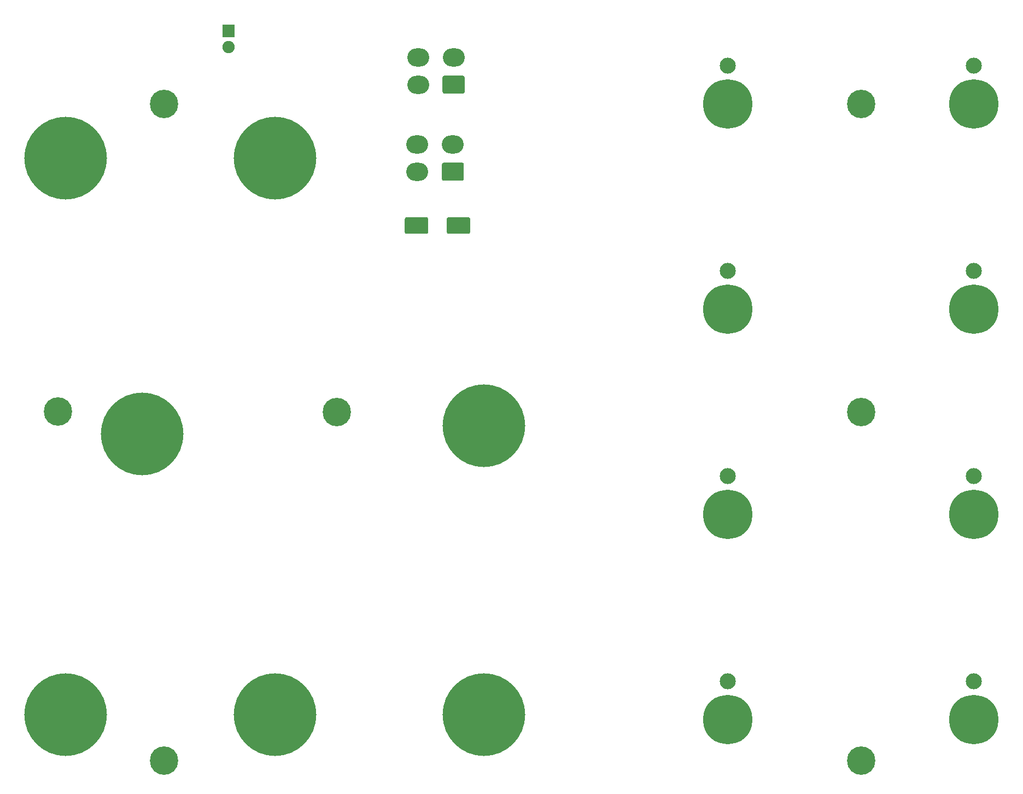
<source format=gbr>
%TF.GenerationSoftware,KiCad,Pcbnew,(5.1.10)-1*%
%TF.CreationDate,2021-11-16T16:52:48+11:00*%
%TF.ProjectId,COMM Panel PCB V2,434f4d4d-2050-4616-9e65-6c2050434220,rev?*%
%TF.SameCoordinates,Original*%
%TF.FileFunction,Soldermask,Bot*%
%TF.FilePolarity,Negative*%
%FSLAX46Y46*%
G04 Gerber Fmt 4.6, Leading zero omitted, Abs format (unit mm)*
G04 Created by KiCad (PCBNEW (5.1.10)-1) date 2021-11-16 16:52:48*
%MOMM*%
%LPD*%
G01*
G04 APERTURE LIST*
%ADD10O,3.400000X2.800000*%
%ADD11C,12.800000*%
%ADD12C,4.400000*%
%ADD13C,7.640752*%
%ADD14C,2.481250*%
%ADD15C,1.900000*%
G04 APERTURE END LIST*
D10*
%TO.C,J2*%
X136842000Y-47870000D03*
X136842000Y-52070000D03*
X142342000Y-47870000D03*
G36*
G01*
X143782740Y-53470000D02*
X140901260Y-53470000D01*
G75*
G02*
X140642000Y-53210740I0J259260D01*
G01*
X140642000Y-50929260D01*
G75*
G02*
X140901260Y-50670000I259260J0D01*
G01*
X143782740Y-50670000D01*
G75*
G02*
X144042000Y-50929260I0J-259260D01*
G01*
X144042000Y-53210740D01*
G75*
G02*
X143782740Y-53470000I-259260J0D01*
G01*
G37*
%TD*%
%TO.C,J1*%
X136943000Y-34408000D03*
X136943000Y-38608000D03*
X142443000Y-34408000D03*
G36*
G01*
X143883740Y-40008000D02*
X141002260Y-40008000D01*
G75*
G02*
X140743000Y-39748740I0J259260D01*
G01*
X140743000Y-37467260D01*
G75*
G02*
X141002260Y-37208000I259260J0D01*
G01*
X143883740Y-37208000D01*
G75*
G02*
X144143000Y-37467260I0J-259260D01*
G01*
X144143000Y-39748740D01*
G75*
G02*
X143883740Y-40008000I-259260J0D01*
G01*
G37*
%TD*%
D11*
%TO.C,G3*%
X94190570Y-92683622D03*
X94190570Y-92683622D03*
%TD*%
D12*
%TO.C,21*%
X97619570Y-143229622D03*
%TD*%
%TO.C,23*%
X205569570Y-89254622D03*
%TD*%
D13*
%TO.C,9*%
X223019370Y-41629622D03*
D14*
X223019370Y-35629622D03*
D13*
X223019370Y-41629622D03*
%TD*%
%TO.C,8*%
X184919370Y-41629622D03*
D14*
X184919370Y-35629622D03*
D13*
X184919370Y-41629622D03*
%TD*%
%TO.C,11*%
X223019370Y-73379622D03*
D14*
X223019370Y-67379622D03*
D13*
X223019370Y-73379622D03*
%TD*%
%TO.C,10*%
X184919370Y-73379622D03*
D14*
X184919370Y-67379622D03*
D13*
X184919370Y-73379622D03*
%TD*%
D12*
%TO.C,24*%
X205569570Y-41629622D03*
%TD*%
D13*
%TO.C,13*%
X223019370Y-105129622D03*
D14*
X223019370Y-99129622D03*
D13*
X223019370Y-105129622D03*
%TD*%
%TO.C,12*%
X184919370Y-105129622D03*
D14*
X184919370Y-99129622D03*
D13*
X184919370Y-105129622D03*
%TD*%
D12*
%TO.C,22*%
X205569570Y-143229622D03*
%TD*%
D13*
%TO.C,16*%
X223019370Y-136879622D03*
D14*
X223019370Y-130879622D03*
D13*
X223019370Y-136879622D03*
%TD*%
%TO.C,14*%
X184919370Y-136879622D03*
D14*
X184919370Y-130879622D03*
D13*
X184919370Y-136879622D03*
%TD*%
D11*
%TO.C,7*%
X147149570Y-136117622D03*
X147149570Y-136117622D03*
%TD*%
%TO.C,6*%
X114764570Y-136117622D03*
X114764570Y-136117622D03*
%TD*%
%TO.C,5*%
X82379570Y-136117622D03*
X82379570Y-136117622D03*
%TD*%
%TO.C,4*%
X147149570Y-91413622D03*
X147149570Y-91413622D03*
%TD*%
D12*
%TO.C,20*%
X124341608Y-89254622D03*
%TD*%
%TO.C,19*%
X81178400Y-89154000D03*
%TD*%
%TO.C,17*%
X97619570Y-41629622D03*
%TD*%
D11*
%TO.C,2*%
X114764570Y-50011622D03*
X114764570Y-50011622D03*
%TD*%
%TO.C,1*%
X82379570Y-50011622D03*
X82379570Y-50011622D03*
%TD*%
D15*
%TO.C,D110*%
X107600000Y-32825000D03*
G36*
G01*
X106700000Y-29335000D02*
X108500000Y-29335000D01*
G75*
G02*
X108550000Y-29385000I0J-50000D01*
G01*
X108550000Y-31185000D01*
G75*
G02*
X108500000Y-31235000I-50000J0D01*
G01*
X106700000Y-31235000D01*
G75*
G02*
X106650000Y-31185000I0J50000D01*
G01*
X106650000Y-29385000D01*
G75*
G02*
X106700000Y-29335000I50000J0D01*
G01*
G37*
%TD*%
%TO.C,C1*%
G36*
G01*
X138500000Y-59360000D02*
X138500000Y-61440000D01*
G75*
G02*
X138240000Y-61700000I-260000J0D01*
G01*
X135160000Y-61700000D01*
G75*
G02*
X134900000Y-61440000I0J260000D01*
G01*
X134900000Y-59360000D01*
G75*
G02*
X135160000Y-59100000I260000J0D01*
G01*
X138240000Y-59100000D01*
G75*
G02*
X138500000Y-59360000I0J-260000D01*
G01*
G37*
G36*
G01*
X145000000Y-59360000D02*
X145000000Y-61440000D01*
G75*
G02*
X144740000Y-61700000I-260000J0D01*
G01*
X141660000Y-61700000D01*
G75*
G02*
X141400000Y-61440000I0J260000D01*
G01*
X141400000Y-59360000D01*
G75*
G02*
X141660000Y-59100000I260000J0D01*
G01*
X144740000Y-59100000D01*
G75*
G02*
X145000000Y-59360000I0J-260000D01*
G01*
G37*
%TD*%
M02*

</source>
